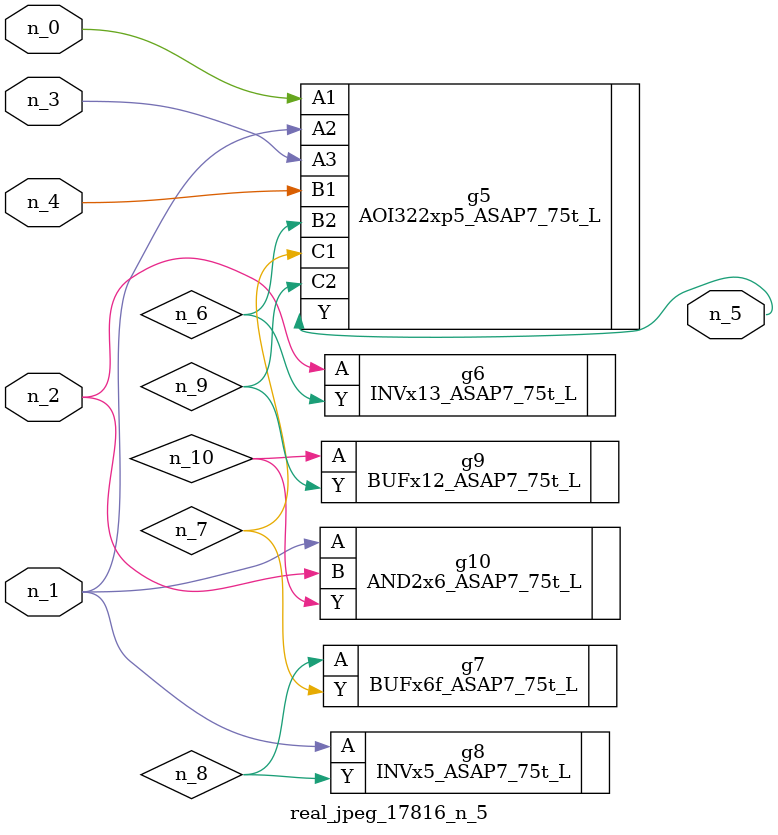
<source format=v>
module real_jpeg_17816_n_5 (n_4, n_0, n_1, n_2, n_3, n_5);

input n_4;
input n_0;
input n_1;
input n_2;
input n_3;

output n_5;

wire n_8;
wire n_6;
wire n_7;
wire n_10;
wire n_9;

AOI322xp5_ASAP7_75t_L g5 ( 
.A1(n_0),
.A2(n_1),
.A3(n_3),
.B1(n_4),
.B2(n_6),
.C1(n_7),
.C2(n_9),
.Y(n_5)
);

INVx5_ASAP7_75t_L g8 ( 
.A(n_1),
.Y(n_8)
);

AND2x6_ASAP7_75t_L g10 ( 
.A(n_1),
.B(n_2),
.Y(n_10)
);

INVx13_ASAP7_75t_L g6 ( 
.A(n_2),
.Y(n_6)
);

BUFx6f_ASAP7_75t_L g7 ( 
.A(n_8),
.Y(n_7)
);

BUFx12_ASAP7_75t_L g9 ( 
.A(n_10),
.Y(n_9)
);


endmodule
</source>
